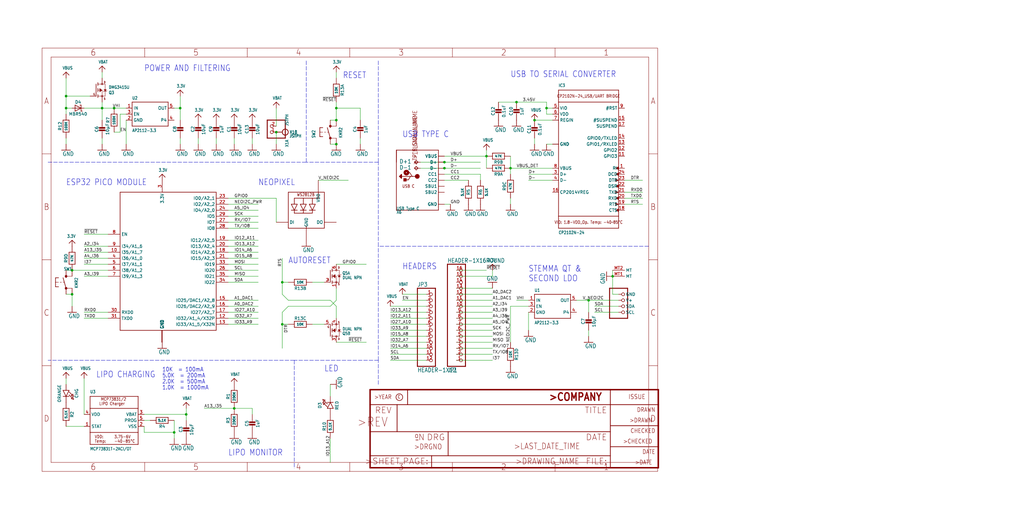
<source format=kicad_sch>
(kicad_sch (version 20211123) (generator eeschema)
  (paper "User" 433.07 220.853)
  (junction (at 259.08 116.84))
  (junction (at 218.44 43.18))
  (junction (at 231.14 45.72))
  (junction (at 205.74 66.04))
  (junction (at 27.94 40.64))
  (junction (at 187.96 68.58))
  (junction (at 43.18 45.72))
  (junction (at 78.74 175.26))
  (junction (at 76.2 45.72))
  (junction (at 116.84 55.88))
  (junction (at 142.24 60.96))
  (junction (at 226.06 50.8))
  (junction (at 142.24 50.8))
  (junction (at 119.38 137.16))
  (junction (at 48.26 45.72))
  (junction (at 215.9 71.12))
  (junction (at 142.24 45.72))
  (junction (at 73.66 182.88))
  (junction (at 99.06 172.72))
  (junction (at 30.48 114.3))
  (junction (at 248.92 127))
  (junction (at 187.96 71.12))
  (junction (at 27.94 45.72))
  (junction (at 30.48 124.46))
  (junction (at 119.38 119.38))
  (wire (pts (xy 261.62 127) (xy 248.92 127)))
  (wire (pts (xy 78.74 175.26) (xy 78.74 172.72)))
  (wire (pts (xy 223.52 129.54) (xy 215.9 129.54)))
  (wire (pts (xy 154.94 144.78) (xy 142.24 144.78)))
  (wire (pts (xy 203.2 73.66) (xy 203.2 76.2)))
  (wire (pts (xy 233.68 45.72) (xy 231.14 45.72)))
  (wire (pts (xy 193.04 124.46) (xy 208.28 124.46)))
  (wire (pts (xy 142.24 45.72) (xy 152.4 45.72)))
  (wire (pts (xy 233.68 60.96) (xy 231.14 60.96)))
  (wire (pts (xy 152.4 60.96) (xy 152.4 58.42)))
  (wire (pts (xy 193.04 147.32) (xy 208.28 147.32)))
  (wire (pts (xy 96.52 104.14) (xy 109.22 104.14)))
  (wire (pts (xy 208.28 149.86) (xy 193.04 149.86)))
  (wire (pts (xy 271.78 83.82) (xy 264.16 83.82)))
  (wire (pts (xy 248.92 132.08) (xy 248.92 127)))
  (wire (pts (xy 35.56 134.62) (xy 45.72 134.62)))
  (wire (pts (xy 218.44 43.18) (xy 210.82 43.18)))
  (wire (pts (xy 119.38 119.38) (xy 121.92 119.38)))
  (wire (pts (xy 119.38 137.16) (xy 121.92 137.16)))
  (wire (pts (xy 193.04 134.62) (xy 208.28 134.62)))
  (wire (pts (xy 187.96 76.2) (xy 198.12 76.2)))
  (wire (pts (xy 203.2 71.12) (xy 187.96 71.12)))
  (wire (pts (xy 193.04 114.3) (xy 205.74 114.3)))
  (wire (pts (xy 193.04 142.24) (xy 208.28 142.24)))
  (wire (pts (xy 248.92 139.7) (xy 248.92 142.24)))
  (wire (pts (xy 187.96 73.66) (xy 203.2 73.66)))
  (wire (pts (xy 35.56 104.14) (xy 45.72 104.14)))
  (wire (pts (xy 261.62 129.54) (xy 251.46 129.54)))
  (wire (pts (xy 30.48 45.72) (xy 27.94 45.72)))
  (wire (pts (xy 139.7 127) (xy 121.92 127)))
  (wire (pts (xy 43.18 45.72) (xy 43.18 50.8)))
  (wire (pts (xy 50.8 48.26) (xy 53.34 48.26)))
  (wire (pts (xy 96.52 109.22) (xy 109.22 109.22)))
  (wire (pts (xy 142.24 127) (xy 139.7 129.54)))
  (wire (pts (xy 259.08 124.46) (xy 259.08 116.84)))
  (polyline (pts (xy 274.32 104.14) (xy 160.02 104.14)))
  (wire (pts (xy 96.52 127) (xy 109.22 127)))
  (polyline (pts (xy 124.46 152.4) (xy 20.32 152.4)))
  (wire (pts (xy 233.68 71.12) (xy 215.9 71.12)))
  (wire (pts (xy 45.72 111.76) (xy 35.56 111.76)))
  (wire (pts (xy 208.28 132.08) (xy 193.04 132.08)))
  (polyline (pts (xy 160.02 152.4) (xy 160.02 104.14)))
  (wire (pts (xy 45.72 99.06) (xy 35.56 99.06)))
  (wire (pts (xy 96.52 86.36) (xy 109.22 86.36)))
  (wire (pts (xy 193.04 121.92) (xy 208.28 121.92)))
  (wire (pts (xy 96.52 129.54) (xy 109.22 129.54)))
  (wire (pts (xy 231.14 45.72) (xy 231.14 48.26)))
  (wire (pts (xy 215.9 71.12) (xy 215.9 73.66)))
  (wire (pts (xy 45.72 109.22) (xy 35.56 109.22)))
  (wire (pts (xy 223.52 73.66) (xy 233.68 73.66)))
  (wire (pts (xy 264.16 81.28) (xy 271.78 81.28)))
  (wire (pts (xy 96.52 119.38) (xy 109.22 119.38)))
  (polyline (pts (xy 160.02 104.14) (xy 160.02 68.58)))
  (wire (pts (xy 142.24 111.76) (xy 154.94 111.76)))
  (wire (pts (xy 119.38 124.46) (xy 119.38 119.38)))
  (polyline (pts (xy 124.46 152.4) (xy 124.46 198.12)))
  (wire (pts (xy 96.52 134.62) (xy 109.22 134.62)))
  (wire (pts (xy 27.94 40.64) (xy 27.94 33.02)))
  (wire (pts (xy 142.24 30.48) (xy 142.24 33.02)))
  (wire (pts (xy 142.24 134.62) (xy 142.24 129.54)))
  (wire (pts (xy 96.52 114.3) (xy 109.22 114.3)))
  (wire (pts (xy 233.68 48.26) (xy 231.14 48.26)))
  (wire (pts (xy 223.52 76.2) (xy 233.68 76.2)))
  (wire (pts (xy 96.52 93.98) (xy 109.22 93.98)))
  (wire (pts (xy 180.34 132.08) (xy 165.1 132.08)))
  (wire (pts (xy 35.56 175.26) (xy 35.56 160.02)))
  (wire (pts (xy 96.52 91.44) (xy 109.22 91.44)))
  (wire (pts (xy 180.34 137.16) (xy 165.1 137.16)))
  (wire (pts (xy 99.06 172.72) (xy 86.36 172.72)))
  (wire (pts (xy 60.96 180.34) (xy 60.96 182.88)))
  (wire (pts (xy 226.06 58.42) (xy 226.06 60.96)))
  (wire (pts (xy 193.04 127) (xy 208.28 127)))
  (wire (pts (xy 142.24 43.18) (xy 142.24 45.72)))
  (wire (pts (xy 91.44 60.96) (xy 91.44 58.42)))
  (wire (pts (xy 96.52 88.9) (xy 109.22 88.9)))
  (wire (pts (xy 96.52 116.84) (xy 109.22 116.84)))
  (wire (pts (xy 121.92 129.54) (xy 119.38 132.08)))
  (wire (pts (xy 187.96 68.58) (xy 177.8 68.58)))
  (wire (pts (xy 259.08 124.46) (xy 261.62 124.46)))
  (wire (pts (xy 187.96 71.12) (xy 177.8 71.12)))
  (wire (pts (xy 83.82 58.42) (xy 83.82 60.96)))
  (wire (pts (xy 43.18 58.42) (xy 43.18 60.96)))
  (polyline (pts (xy 160.02 162.56) (xy 160.02 152.4)))
  (polyline (pts (xy 20.32 68.58) (xy 129.54 68.58)))
  (wire (pts (xy 223.52 127) (xy 218.44 127)))
  (polyline (pts (xy 160.02 68.58) (xy 160.02 25.4)))
  (wire (pts (xy 43.18 43.18) (xy 43.18 45.72)))
  (wire (pts (xy 35.56 116.84) (xy 45.72 116.84)))
  (wire (pts (xy 45.72 114.3) (xy 30.48 114.3)))
  (wire (pts (xy 193.04 137.16) (xy 208.28 137.16)))
  (wire (pts (xy 190.5 86.36) (xy 187.96 86.36)))
  (wire (pts (xy 48.26 55.88) (xy 50.8 55.88)))
  (wire (pts (xy 73.66 45.72) (xy 76.2 45.72)))
  (polyline (pts (xy 160.02 68.58) (xy 129.54 68.58)))
  (wire (pts (xy 208.28 144.78) (xy 193.04 144.78)))
  (wire (pts (xy 215.9 66.04) (xy 215.9 71.12)))
  (wire (pts (xy 116.84 93.98) (xy 116.84 83.82)))
  (wire (pts (xy 116.84 45.72) (xy 116.84 53.34)))
  (wire (pts (xy 165.1 142.24) (xy 180.34 142.24)))
  (wire (pts (xy 139.7 167.64) (xy 139.7 162.56)))
  (wire (pts (xy 165.1 134.62) (xy 180.34 134.62)))
  (wire (pts (xy 35.56 45.72) (xy 43.18 45.72)))
  (wire (pts (xy 27.94 45.72) (xy 27.94 40.64)))
  (wire (pts (xy 73.66 177.8) (xy 73.66 182.88)))
  (wire (pts (xy 30.48 124.46) (xy 30.48 129.54)))
  (wire (pts (xy 205.74 66.04) (xy 205.74 71.12)))
  (polyline (pts (xy 129.54 68.58) (xy 129.54 25.4)))
  (wire (pts (xy 180.34 149.86) (xy 165.1 149.86)))
  (wire (pts (xy 132.08 119.38) (xy 137.16 119.38)))
  (wire (pts (xy 43.18 30.48) (xy 43.18 33.02)))
  (wire (pts (xy 193.04 139.7) (xy 208.28 139.7)))
  (polyline (pts (xy 160.02 152.4) (xy 124.46 152.4)))
  (wire (pts (xy 170.18 127) (xy 180.34 127)))
  (wire (pts (xy 106.68 60.96) (xy 106.68 58.42)))
  (wire (pts (xy 142.24 121.92) (xy 142.24 127)))
  (wire (pts (xy 142.24 129.54) (xy 139.7 127)))
  (wire (pts (xy 119.38 137.16) (xy 119.38 147.32)))
  (wire (pts (xy 76.2 58.42) (xy 76.2 60.96)))
  (wire (pts (xy 96.52 137.16) (xy 109.22 137.16)))
  (wire (pts (xy 205.74 66.04) (xy 187.96 66.04)))
  (wire (pts (xy 208.28 116.84) (xy 193.04 116.84)))
  (wire (pts (xy 119.38 132.08) (xy 119.38 137.16)))
  (wire (pts (xy 193.04 129.54) (xy 208.28 129.54)))
  (wire (pts (xy 137.16 137.16) (xy 132.08 137.16)))
  (wire (pts (xy 134.62 76.2) (xy 147.32 76.2)))
  (wire (pts (xy 99.06 172.72) (xy 106.68 172.72)))
  (wire (pts (xy 76.2 50.8) (xy 76.2 45.72)))
  (wire (pts (xy 35.56 106.68) (xy 45.72 106.68)))
  (wire (pts (xy 27.94 160.02) (xy 27.94 162.56)))
  (wire (pts (xy 180.34 129.54) (xy 165.1 129.54)))
  (wire (pts (xy 121.92 127) (xy 119.38 124.46)))
  (wire (pts (xy 233.68 50.8) (xy 226.06 50.8)))
  (wire (pts (xy 109.22 96.52) (xy 96.52 96.52)))
  (wire (pts (xy 152.4 50.8) (xy 152.4 45.72)))
  (wire (pts (xy 231.14 43.18) (xy 231.14 45.72)))
  (wire (pts (xy 142.24 45.72) (xy 142.24 50.8)))
  (wire (pts (xy 205.74 66.04) (xy 205.74 63.5)))
  (wire (pts (xy 27.94 180.34) (xy 35.56 180.34)))
  (wire (pts (xy 271.78 86.36) (xy 264.16 86.36)))
  (wire (pts (xy 251.46 132.08) (xy 261.62 132.08)))
  (wire (pts (xy 73.66 182.88) (xy 73.66 185.42)))
  (wire (pts (xy 215.9 129.54) (xy 215.9 144.78)))
  (wire (pts (xy 139.7 185.42) (xy 139.7 195.58)))
  (wire (pts (xy 223.52 132.08) (xy 223.52 139.7)))
  (wire (pts (xy 139.7 129.54) (xy 121.92 129.54)))
  (wire (pts (xy 180.34 147.32) (xy 165.1 147.32)))
  (wire (pts (xy 45.72 132.08) (xy 35.56 132.08)))
  (wire (pts (xy 96.52 101.6) (xy 109.22 101.6)))
  (wire (pts (xy 96.52 132.08) (xy 109.22 132.08)))
  (wire (pts (xy 53.34 50.8) (xy 53.34 60.96)))
  (wire (pts (xy 215.9 86.36) (xy 215.9 83.82)))
  (wire (pts (xy 38.1 40.64) (xy 27.94 40.64)))
  (wire (pts (xy 165.1 139.7) (xy 180.34 139.7)))
  (wire (pts (xy 27.94 124.46) (xy 30.48 124.46)))
  (wire (pts (xy 193.04 152.4) (xy 208.28 152.4)))
  (wire (pts (xy 30.48 114.3) (xy 27.94 114.3)))
  (wire (pts (xy 48.26 45.72) (xy 43.18 45.72)))
  (wire (pts (xy 99.06 60.96) (xy 99.06 58.42)))
  (wire (pts (xy 119.38 109.22) (xy 119.38 119.38)))
  (wire (pts (xy 106.68 172.72) (xy 106.68 175.26)))
  (wire (pts (xy 165.1 144.78) (xy 180.34 144.78)))
  (wire (pts (xy 259.08 116.84) (xy 259.08 114.3)))
  (wire (pts (xy 139.7 60.96) (xy 142.24 60.96)))
  (wire (pts (xy 27.94 60.96) (xy 27.94 58.42)))
  (wire (pts (xy 116.84 60.96) (xy 116.84 55.88)))
  (wire (pts (xy 78.74 177.8) (xy 78.74 175.26)))
  (wire (pts (xy 76.2 45.72) (xy 76.2 40.64)))
  (wire (pts (xy 60.96 175.26) (xy 78.74 175.26)))
  (wire (pts (xy 53.34 45.72) (xy 48.26 45.72)))
  (wire (pts (xy 208.28 114.3) (xy 208.28 116.84)))
  (wire (pts (xy 96.52 83.82) (xy 116.84 83.82)))
  (wire (pts (xy 60.96 177.8) (xy 63.5 177.8)))
  (wire (pts (xy 218.44 43.18) (xy 231.14 43.18)))
  (wire (pts (xy 109.22 111.76) (xy 96.52 111.76)))
  (wire (pts (xy 96.52 106.68) (xy 109.22 106.68)))
  (wire (pts (xy 142.24 50.8) (xy 139.7 50.8)))
  (wire (pts (xy 170.18 124.46) (xy 180.34 124.46)))
  (wire (pts (xy 203.2 68.58) (xy 187.96 68.58)))
  (wire (pts (xy 165.1 152.4) (xy 180.34 152.4)))
  (wire (pts (xy 243.84 127) (xy 248.92 127)))
  (wire (pts (xy 50.8 55.88) (xy 50.8 48.26)))
  (wire (pts (xy 264.16 76.2) (xy 271.78 76.2)))
  (wire (pts (xy 60.96 182.88) (xy 73.66 182.88)))
  (wire (pts (xy 27.94 48.26) (xy 27.94 45.72)))
  (text "USB TO SERIAL CONVERTER" (at 215.9 33.02 180) (effects (font (size 2.54 2.159)) (justify left bottom)))
  (text "AUTORESET" (at 121.92 111.76 180) (effects (font (size 2.54 2.159)) (justify left bottom)))
  (text "LIPO CHARGING" (at 40.64 160.02 180) (effects (font (size 2.54 2.159)) (justify left bottom)))
  (text "HEADERS" (at 170.18 114.3 180) (effects (font (size 2.54 2.159)) (justify left bottom)))
  (text "USB TYPE C" (at 170.18 58.42 180) (effects (font (size 2.54 2.159)) (justify left bottom)))
  (text "NEOPIXEL" (at 109.22 78.74 180) (effects (font (size 2.54 2.159)) (justify left bottom)))
  (text "1.0K  = 1000mA" (at 68.58 165.1 180) (effects (font (size 1.778 1.5113)) (justify left bottom)))
  (text "LIPO MONITOR" (at 96.52 193.04 180) (effects (font (size 2.54 2.159)) (justify left bottom)))
  (text "10K  = 100mA" (at 68.58 157.48 180) (effects (font (size 1.778 1.5113)) (justify left bottom)))
  (text "5.0K  = 200mA" (at 68.58 160.02 180) (effects (font (size 1.778 1.5113)) (justify left bottom)))
  (text "POWER AND FILTERING" (at 60.96 30.48 180) (effects (font (size 2.54 2.159)) (justify left bottom)))
  (text "RESET" (at 154.94 30.48 180) (effects (font (size 2.54 2.159)) (justify right top)))
  (text "ESP32 PICO MODULE" (at 27.94 78.74 180) (effects (font (size 2.54 2.159)) (justify left bottom)))
  (text "2.0K  = 500mA" (at 68.58 162.56 180) (effects (font (size 1.778 1.5113)) (justify left bottom)))
  (text "STEMMA QT &\nSECOND LDO" (at 223.52 119.38 180) (effects (font (size 2.54 2.159)) (justify left bottom)))
  (text "LED" (at 137.16 157.48 180) (effects (font (size 2.54 2.159)) (justify left bottom)))
  (label "I37" (at 208.28 152.4 0) (effects (font (size 1.2446 1.2446))))
  (label "3.45V" (at 220.98 43.18 0) (effects (font (size 1.2446 1.2446))))
  (label "VBUS_DET" (at 218.44 71.12 0) (effects (font (size 1.2446 1.2446))))
  (label "SCL" (at 99.06 114.3 0) (effects (font (size 1.2446 1.2446))))
  (label "IO33_A9" (at 165.1 139.7 0) (effects (font (size 1.2446 1.2446))))
  (label "A5_IO4" (at 99.06 88.9 0) (effects (font (size 1.2446 1.2446))))
  (label "A4_I36" (at 208.28 134.62 0) (effects (font (size 1.2446 1.2446))))
  (label "IO12_A11" (at 165.1 134.62 0) (effects (font (size 1.2446 1.2446))))
  (label "A3_I39" (at 35.56 116.84 0) (effects (font (size 1.2446 1.2446))))
  (label "MISO" (at 99.06 116.84 0) (effects (font (size 1.2446 1.2446))))
  (label "VHI" (at 50.8 45.72 180) (effects (font (size 1.2446 1.2446))))
  (label "V_NEOI2C" (at 246.38 127 0) (effects (font (size 1.2446 1.2446))))
  (label "IO13_A12" (at 165.1 132.08 0) (effects (font (size 1.2446 1.2446))))
  (label "D-" (at 223.52 76.2 0) (effects (font (size 1.2446 1.2446))))
  (label "~{RESET}" (at 142.24 43.18 180) (effects (font (size 1.2446 1.2446))))
  (label "RXD0" (at 35.56 132.08 0) (effects (font (size 1.2446 1.2446))))
  (label "EN" (at 170.18 127 0) (effects (font (size 1.2446 1.2446))))
  (label "IO15_A8" (at 99.06 109.22 0) (effects (font (size 1.2446 1.2446))))
  (label "A1_DAC1" (at 99.06 127 0) (effects (font (size 1.2446 1.2446))))
  (label "SCL" (at 251.46 132.08 0) (effects (font (size 1.2446 1.2446))))
  (label "A0_DAC2" (at 208.28 124.46 0) (effects (font (size 1.2446 1.2446))))
  (label "RX/IO7" (at 99.06 93.98 0) (effects (font (size 1.2446 1.2446))))
  (label "A4_I36" (at 35.56 109.22 0) (effects (font (size 1.2446 1.2446))))
  (label "A5_IO4" (at 208.28 137.16 0) (effects (font (size 1.2446 1.2446))))
  (label "TXD0" (at 266.7 83.82 0) (effects (font (size 1.2446 1.2446))))
  (label "A13_I35" (at 35.56 106.68 0) (effects (font (size 1.2446 1.2446))))
  (label "RXD0" (at 266.7 81.28 0) (effects (font (size 1.2446 1.2446))))
  (label "SCK" (at 208.28 139.7 0) (effects (font (size 1.2446 1.2446))))
  (label "D-" (at 190.5 71.12 0) (effects (font (size 1.2446 1.2446))))
  (label "RTS" (at 119.38 109.22 270) (effects (font (size 1.2446 1.2446))))
  (label "A2_I34" (at 35.56 104.14 0) (effects (font (size 1.2446 1.2446))))
  (label "DTR" (at 266.7 76.2 0) (effects (font (size 1.2446 1.2446))))
  (label "D+" (at 190.5 68.58 0) (effects (font (size 1.2446 1.2446))))
  (label "A0_DAC2" (at 99.06 129.54 0) (effects (font (size 1.2446 1.2446))))
  (label "CC2" (at 190.5 76.2 0) (effects (font (size 1.2446 1.2446))))
  (label "NEOI2C_PWR" (at 215.9 144.78 90) (effects (font (size 1.2446 1.2446))))
  (label "IO27_A10" (at 165.1 137.16 0) (effects (font (size 1.2446 1.2446))))
  (label "IO14_A6" (at 99.06 106.68 0) (effects (font (size 1.2446 1.2446))))
  (label "A2_I34" (at 208.28 129.54 0) (effects (font (size 1.2446 1.2446))))
  (label "GPIO0" (at 99.06 83.82 0) (effects (font (size 1.2446 1.2446))))
  (label "MOSI" (at 208.28 142.24 0) (effects (font (size 1.2446 1.2446))))
  (label "IO32_A7" (at 165.1 144.78 0) (effects (font (size 1.2446 1.2446))))
  (label "MOSI" (at 99.06 111.76 0) (effects (font (size 1.2446 1.2446))))
  (label "TX/IO8" (at 208.28 149.86 0) (effects (font (size 1.2446 1.2446))))
  (label "IO15_A8" (at 165.1 142.24 0) (effects (font (size 1.2446 1.2446))))
  (label "TX/IO8" (at 99.06 96.52 0) (effects (font (size 1.2446 1.2446))))
  (label "IO13_A12" (at 139.7 193.04 90) (effects (font (size 1.2446 1.2446))))
  (label "~{RESET}" (at 147.32 144.78 0) (effects (font (size 1.2446 1.2446))))
  (label "DTR" (at 121.92 137.16 270) (effects (font (size 1.2446 1.2446))))
  (label "IO33_A9" (at 99.06 137.16 0) (effects (font (size 1.2446 1.2446))))
  (label "VBUS" (at 190.5 66.04 0) (effects (font (size 1.2446 1.2446))))
  (label "SDA" (at 251.46 129.54 0) (effects (font (size 1.2446 1.2446))))
  (label "V_NEOI2C" (at 134.62 76.2 0) (effects (font (size 1.2446 1.2446))))
  (label "IO12_A11" (at 99.06 101.6 0) (effects (font (size 1.2446 1.2446))))
  (label "A3_I39" (at 208.28 132.08 0) (effects (font (size 1.2446 1.2446))))
  (label "A1_DAC1" (at 208.28 127 0) (effects (font (size 1.2446 1.2446))))
  (label "CC1" (at 190.5 73.66 0) (effects (font (size 1.2446 1.2446))))
  (label "SCL" (at 165.1 149.86 0) (effects (font (size 1.2446 1.2446))))
  (label "SDA" (at 99.06 119.38 0) (effects (font (size 1.2446 1.2446))))
  (label "IO14_A6" (at 165.1 147.32 0) (effects (font (size 1.2446 1.2446))))
  (label "RX/IO7" (at 208.28 147.32 0) (effects (font (size 1.2446 1.2446))))
  (label "SCK" (at 99.06 91.44 0) (effects (font (size 1.2446 1.2446))))
  (label "D+" (at 223.52 73.66 0) (effects (font (size 1.2446 1.2446))))
  (label "IO27_A10" (at 99.06 132.08 0) (effects (font (size 1.2446 1.2446))))
  (label "SDA" (at 165.1 152.4 0) (effects (font (size 1.2446 1.2446))))
  (label "A13_I35" (at 86.36 172.72 0) (effects (font (size 1.2446 1.2446))))
  (label "TXD0" (at 35.56 134.62 0) (effects (font (size 1.2446 1.2446))))
  (label "~{RESET}" (at 35.56 99.06 0) (effects (font (size 1.2446 1.2446))))
  (label "GND" (at 190.5 86.36 0) (effects (font (size 1.2446 1.2446))))
  (label "IO13_A12" (at 99.06 104.14 0) (effects (font (size 1.2446 1.2446))))
  (label "EN" (at 50.8 55.88 0) (effects (font (size 1.2446 1.2446))))
  (label "VHI" (at 218.44 127 0) (effects (font (size 1.2446 1.2446))))
  (label "NEOI2C_PWR" (at 99.06 86.36 0) (effects (font (size 1.2446 1.2446))))
  (label "GPIO0" (at 144.78 111.76 0) (effects (font (size 1.2446 1.2446))))
  (label "I37" (at 35.56 111.76 0) (effects (font (size 1.2446 1.2446))))
  (label "~{RESET}" (at 205.74 114.3 0) (effects (font (size 1.2446 1.2446))))
  (label "MISO" (at 208.28 144.78 0) (effects (font (size 1.2446 1.2446))))
  (label "RTS" (at 266.7 86.36 0) (effects (font (size 1.2446 1.2446))))
  (label "IO32_A7" (at 99.06 134.62 0) (effects (font (size 1.2446 1.2446))))
  (symbol (lib_id "Adafruit ESP32 Feather V2-eagle-import:VBUS") (at 226.06 48.26 0)
    (property "Reference" "#U$53" (effects hide))
    (property "Value" "VBUS" (at 224.536 47.244 0) (effects (font (size 1.27 1.0795)) (justify left bottom)))
  )
  (symbol (lib_id "Adafruit ESP32 Feather V2-eagle-import:CON_JST_PH_2PIN_MT_BATT") (at 116.84 55.88 270)
    (property "Reference" "X1" (at 122.428 55.88 90) (effects (font (size 1.27 1.0795)) (justify left)))
    (property "Value" "JSTPH" (at 122.428 57.531 90) (effects (font (size 1.27 1.0795)) (justify left)))
    (property "Footprint" "JSTPH2_BATT" (effects hide))
  )
  (symbol (lib_id "Adafruit ESP32 Feather V2-eagle-import:TPB1,27") (at 175.26 68.58 90)
    (property "Reference" "D+1" (at 173.99 67.31 90) (effects (font (size 1.778 1.5113)) (justify left bottom)))
    (property "Value" "TPB1,27" (effects hide))
    (property "Footprint" "B1,27" (effects hide))
  )
  (symbol (lib_id "Adafruit ESP32 Feather V2-eagle-import:VBUS") (at 35.56 157.48 0)
    (property "Reference" "#U$57" (effects hide))
    (property "Value" "VBUS" (at 34.036 156.464 0) (effects (font (size 1.27 1.0795)) (justify left bottom)))
  )
  (symbol (lib_id "Adafruit ESP32 Feather V2-eagle-import:RESISTOR_4PACK") (at 210.82 71.12 180)
    (property "Reference" "R9" (at 210.82 73.66 0))
    (property "Value" "47K" (at 210.82 71.12 0) (effects (font (size 1.016 1.016) bold)))
    (property "Footprint" "RESPACK_4X0603" (effects hide))
  )
  (symbol (lib_id "Adafruit ESP32 Feather V2-eagle-import:RESISTOR_0603_NOOUT") (at 27.94 175.26 270)
    (property "Reference" "R2" (at 30.48 175.26 0))
    (property "Value" "5.1K" (at 27.94 175.26 0) (effects (font (size 1.016 1.016) bold)))
    (property "Footprint" "0603-NO" (effects hide))
  )
  (symbol (lib_id "Adafruit ESP32 Feather V2-eagle-import:3.3V") (at 91.44 48.26 0)
    (property "Reference" "#U$28" (effects hide))
    (property "Value" "3.3V" (at 89.916 47.244 0) (effects (font (size 1.27 1.0795)) (justify left bottom)))
  )
  (symbol (lib_id "Adafruit ESP32 Feather V2-eagle-import:GND") (at 226.06 63.5 0)
    (property "Reference" "#U$58" (effects hide))
    (property "Value" "GND" (at 224.536 66.04 0) (effects (font (size 1.778 1.5113)) (justify left bottom)))
  )
  (symbol (lib_id "Adafruit ESP32 Feather V2-eagle-import:CON_JST_PH_2PIN_MT_BATT") (at 114.3 53.34 180)
    (property "Reference" "X1" (at 120.65 59.055 90) (effects (font (size 1.27 1.0795)) (justify left bottom)))
    (property "Value" "JSTPH" (at 120.65 48.26 90) (effects (font (size 1.27 1.0795)) (justify left bottom)))
    (property "Footprint" "JSTPH2_BATT" (effects hide))
  )
  (symbol (lib_id "Adafruit ESP32 Feather V2-eagle-import:STEMMA_I2C_QTRA") (at 259.08 114.3 0)
    (property "Reference" "CONN1" (effects hide))
    (property "Value" "STEMMA_I2C_QTRA" (effects hide))
    (property "Footprint" "JST_SH4_RA" (effects hide))
  )
  (symbol (lib_id "Adafruit ESP32 Feather V2-eagle-import:3.3V") (at 208.28 111.76 0) (mirror y)
    (property "Reference" "#U$6" (effects hide))
    (property "Value" "3.3V" (at 209.804 110.744 0) (effects (font (size 1.27 1.0795)) (justify left bottom)))
  )
  (symbol (lib_id "Adafruit ESP32 Feather V2-eagle-import:GND") (at 223.52 142.24 0)
    (property "Reference" "#U$12" (effects hide))
    (property "Value" "GND" (at 221.996 144.78 0) (effects (font (size 1.778 1.5113)) (justify left bottom)))
  )
  (symbol (lib_id "Adafruit ESP32 Feather V2-eagle-import:GND") (at 198.12 88.9 0)
    (property "Reference" "#U$48" (effects hide))
    (property "Value" "GND" (at 196.596 91.44 0) (effects (font (size 1.778 1.5113)) (justify left bottom)))
  )
  (symbol (lib_id "Adafruit ESP32 Feather V2-eagle-import:GND") (at 78.74 187.96 0)
    (property "Reference" "#U$33" (effects hide))
    (property "Value" "GND" (at 77.216 190.5 0) (effects (font (size 1.778 1.5113)) (justify left bottom)))
  )
  (symbol (lib_id "Adafruit ESP32 Feather V2-eagle-import:RESISTOR_0603_NOOUT") (at 68.58 177.8 180)
    (property "Reference" "R4" (at 68.58 180.34 0))
    (property "Value" "5.1K" (at 68.58 177.8 0) (effects (font (size 1.016 1.016) bold)))
    (property "Footprint" "0603-NO" (effects hide))
  )
  (symbol (lib_id "Adafruit ESP32 Feather V2-eagle-import:GND") (at 27.94 63.5 0)
    (property "Reference" "#U$25" (effects hide))
    (property "Value" "GND" (at 26.416 66.04 0) (effects (font (size 1.778 1.5113)) (justify left bottom)))
  )
  (symbol (lib_id "Adafruit ESP32 Feather V2-eagle-import:CAP_CERAMIC0805-NOOUTLINE") (at 106.68 55.88 0)
    (property "Reference" "C13" (at 104.39 54.63 90))
    (property "Value" "10uF" (at 108.98 54.63 90))
    (property "Footprint" "0805-NO" (effects hide))
  )
  (symbol (lib_id "Adafruit ESP32 Feather V2-eagle-import:3.3V") (at 30.48 101.6 0) (mirror y)
    (property "Reference" "#U$51" (effects hide))
    (property "Value" "3.3V" (at 32.004 100.584 0) (effects (font (size 1.27 1.0795)) (justify left bottom)))
  )
  (symbol (lib_id "Adafruit ESP32 Feather V2-eagle-import:GND") (at 106.68 185.42 0)
    (property "Reference" "#U$26" (effects hide))
    (property "Value" "GND" (at 105.156 187.96 0) (effects (font (size 1.778 1.5113)) (justify left bottom)))
  )
  (symbol (lib_id "Adafruit ESP32 Feather V2-eagle-import:CAP_CERAMIC0603_NO") (at 218.44 48.26 0)
    (property "Reference" "C10" (at 216.15 47.01 90))
    (property "Value" "1uF" (at 220.74 47.01 90))
    (property "Footprint" "0603-NO" (effects hide))
  )
  (symbol (lib_id "Adafruit ESP32 Feather V2-eagle-import:VREG_SOT23-5") (at 63.5 48.26 0)
    (property "Reference" "U2" (at 55.88 42.164 0) (effects (font (size 1.27 1.0795)) (justify left bottom)))
    (property "Value" "AP2112-3.3" (at 55.88 55.88 0) (effects (font (size 1.27 1.0795)) (justify left bottom)))
    (property "Footprint" "SOT23-5" (effects hide))
  )
  (symbol (lib_id "Adafruit ESP32 Feather V2-eagle-import:GND") (at 83.82 63.5 0)
    (property "Reference" "#U$17" (effects hide))
    (property "Value" "GND" (at 82.296 66.04 0) (effects (font (size 1.778 1.5113)) (justify left bottom)))
  )
  (symbol (lib_id "Adafruit ESP32 Feather V2-eagle-import:RESISTOR_0603_NOOUT") (at 99.06 167.64 90)
    (property "Reference" "R1" (at 96.52 167.64 0))
    (property "Value" "200K" (at 99.06 167.64 0) (effects (font (size 1.016 1.016) bold)))
    (property "Footprint" "0603-NO" (effects hide))
  )
  (symbol (lib_id "Adafruit ESP32 Feather V2-eagle-import:RESISTOR_4PACK") (at 127 119.38 180)
    (property "Reference" "R13" (at 127 121.92 0))
    (property "Value" "10K" (at 127 119.38 0) (effects (font (size 1.016 1.016) bold)))
    (property "Footprint" "RESPACK_4X0603" (effects hide))
  )
  (symbol (lib_id "Adafruit ESP32 Feather V2-eagle-import:CAP_CERAMIC0603_NO") (at 106.68 180.34 0)
    (property "Reference" "C5" (at 104.39 179.09 90))
    (property "Value" "1uF" (at 108.98 179.09 90))
    (property "Footprint" "0603-NO" (effects hide))
  )
  (symbol (lib_id "Adafruit ESP32 Feather V2-eagle-import:CP2102N-24") (at 248.92 66.04 0)
    (property "Reference" "IC3" (at 236.22 36.83 0) (effects (font (size 1.27 1.0795)) (justify left bottom)))
    (property "Value" "CP2102N-24" (at 236.22 99.06 0) (effects (font (size 1.27 1.0795)) (justify left bottom)))
    (property "Footprint" "QFN24_4MM_SMSC" (effects hide))
  )
  (symbol (lib_id "Adafruit ESP32 Feather V2-eagle-import:LED0603_NOOUTLINE") (at 139.7 170.18 90)
    (property "Reference" "D3" (at 135.255 171.45 0))
    (property "Value" "RED" (at 142.494 171.45 0))
    (property "Footprint" "CHIPLED_0603_NOOUTLINE" (effects hide))
  )
  (symbol (lib_id "Adafruit ESP32 Feather V2-eagle-import:RESISTOR_4PACK") (at 127 137.16 0)
    (property "Reference" "R13" (at 127 134.62 0))
    (property "Value" "10K" (at 127 137.16 0) (effects (font (size 1.016 1.016) bold)))
    (property "Footprint" "RESPACK_4X0603" (effects hide))
  )
  (symbol (lib_id "Adafruit ESP32 Feather V2-eagle-import:MOSFET-N_DUAL") (at 139.7 139.7 0) (mirror x)
    (property "Reference" "Q5" (at 144.78 140.335 0) (effects (font (size 1.27 1.0795)) (justify left bottom)))
    (property "Value" "DUAL NPN" (at 144.78 138.43 0) (effects (font (size 1.27 1.0795)) (justify left bottom)))
    (property "Footprint" "SOT363" (effects hide))
  )
  (symbol (lib_id "Adafruit ESP32 Feather V2-eagle-import:HEADER-1X12") (at 182.88 139.7 0)
    (property "Reference" "JP3" (at 176.53 121.285 0) (effects (font (size 1.778 1.5113)) (justify left bottom)))
    (property "Value" "HEADER-1X12" (at 176.53 157.48 0) (effects (font (size 1.778 1.5113)) (justify left bottom)))
    (property "Footprint" "1X12_ROUND" (effects hide))
  )
  (symbol (lib_id "Adafruit ESP32 Feather V2-eagle-import:RESISTOR_0603_NOOUT") (at 139.7 180.34 90)
    (property "Reference" "R10" (at 137.16 180.34 0))
    (property "Value" "5.1K" (at 139.7 180.34 0) (effects (font (size 1.016 1.016) bold)))
    (property "Footprint" "0603-NO" (effects hide))
  )
  (symbol (lib_id "Adafruit ESP32 Feather V2-eagle-import:GND") (at 53.34 63.5 0)
    (property "Reference" "#U$30" (effects hide))
    (property "Value" "GND" (at 51.816 66.04 0) (effects (font (size 1.778 1.5113)) (justify left bottom)))
  )
  (symbol (lib_id "Adafruit ESP32 Feather V2-eagle-import:GND") (at 43.18 63.5 0)
    (property "Reference" "#U$27" (effects hide))
    (property "Value" "GND" (at 41.656 66.04 0) (effects (font (size 1.778 1.5113)) (justify left bottom)))
  )
  (symbol (lib_id "Adafruit ESP32 Feather V2-eagle-import:3.3V") (at 83.82 48.26 0)
    (property "Reference" "#U$24" (effects hide))
    (property "Value" "3.3V" (at 82.296 47.244 0) (effects (font (size 1.27 1.0795)) (justify left bottom)))
  )
  (symbol (lib_id "Adafruit ESP32 Feather V2-eagle-import:RESISTOR_0603_NOOUT") (at 99.06 177.8 90)
    (property "Reference" "R3" (at 96.52 177.8 0))
    (property "Value" "200K" (at 99.06 177.8 0) (effects (font (size 1.016 1.016) bold)))
    (property "Footprint" "0603-NO" (effects hide))
  )
  (symbol (lib_id "Adafruit ESP32 Feather V2-eagle-import:MOSFET-N_DUAL") (at 139.7 116.84 0)
    (property "Reference" "Q5" (at 144.78 116.205 0) (effects (font (size 1.27 1.0795)) (justify left bottom)))
    (property "Value" "DUAL NPN" (at 144.78 118.11 0) (effects (font (size 1.27 1.0795)) (justify left bottom)))
    (property "Footprint" "SOT363" (effects hide))
  )
  (symbol (lib_id "Adafruit ESP32 Feather V2-eagle-import:3.3V") (at 106.68 48.26 0)
    (property "Reference" "#U$52" (effects hide))
    (property "Value" "3.3V" (at 105.156 47.244 0) (effects (font (size 1.27 1.0795)) (justify left bottom)))
  )
  (symbol (lib_id "Adafruit ESP32 Feather V2-eagle-import:CAP_CERAMIC0805-NOOUTLINE") (at 248.92 137.16 0)
    (property "Reference" "C7" (at 246.63 135.91 90))
    (property "Value" "10µF" (at 251.22 135.91 90))
    (property "Footprint" "0805-NO" (effects hide))
  )
  (symbol (lib_id "Adafruit ESP32 Feather V2-eagle-import:FRAME_A4") (at 278.13 199.39 0) (mirror y)
    (property "Reference" "#FRAME1" (effects hide))
    (property "Value" "FRAME_A4" (effects hide))
  )
  (symbol (lib_id "Adafruit ESP32 Feather V2-eagle-import:DIODE-SCHOTTKYSOD-123") (at 33.02 45.72 0)
    (property "Reference" "D4" (at 33.02 43.18 0))
    (property "Value" "MBR540" (at 33.02 48.22 0))
    (property "Footprint" "SOD-123" (effects hide))
  )
  (symbol (lib_id "Adafruit ESP32 Feather V2-eagle-import:GND") (at 190.5 88.9 0)
    (property "Reference" "#U$50" (effects hide))
    (property "Value" "GND" (at 188.976 91.44 0) (effects (font (size 1.778 1.5113)) (justify left bottom)))
  )
  (symbol (lib_id "Adafruit ESP32 Feather V2-eagle-import:VBUS") (at 27.94 30.48 0)
    (property "Reference" "#U$3" (effects hide))
    (property "Value" "VBUS" (at 26.416 29.464 0) (effects (font (size 1.27 1.0795)) (justify left bottom)))
  )
  (symbol (lib_id "Adafruit ESP32 Feather V2-eagle-import:GND") (at 208.28 119.38 0) (mirror x)
    (property "Reference" "#GND4" (effects hide))
    (property "Value" "GND" (at 205.74 116.84 0) (effects (font (size 1.778 1.5113)) (justify left bottom)))
  )
  (symbol (lib_id "Adafruit ESP32 Feather V2-eagle-import:RESISTOR_0603_NOOUT") (at 27.94 53.34 90)
    (property "Reference" "R12" (at 25.4 53.34 0))
    (property "Value" "100K" (at 27.94 53.34 0) (effects (font (size 1.016 1.016) bold)))
    (property "Footprint" "0603-NO" (effects hide))
  )
  (symbol (lib_id "Adafruit ESP32 Feather V2-eagle-import:VBUS") (at 205.74 60.96 0)
    (property "Reference" "#U$61" (effects hide))
    (property "Value" "VBUS" (at 204.216 59.944 0) (effects (font (size 1.27 1.0795)) (justify left bottom)))
  )
  (symbol (lib_id "Adafruit ESP32 Feather V2-eagle-import:VBAT") (at 78.74 170.18 0)
    (property "Reference" "#U$39" (effects hide))
    (property "Value" "VBAT" (at 77.216 169.164 0) (effects (font (size 1.27 1.0795)) (justify left bottom)))
  )
  (symbol (lib_id "Adafruit ESP32 Feather V2-eagle-import:RESISTOR_0603_NOOUT") (at 203.2 81.28 90)
    (property "Reference" "R6" (at 203.2 81.28 0))
    (property "Value" "5.1K" (at 205.74 81.28 0) (effects (font (size 1.016 1.016) bold)))
    (property "Footprint" "0603-NO" (effects hide))
  )
  (symbol (lib_id "Adafruit ESP32 Feather V2-eagle-import:MOSFET-P") (at 43.18 38.1 0) (mirror x)
    (property "Reference" "Q3" (at 45.974 38.481 0) (effects (font (size 1.27 1.0795)) (justify left bottom)))
    (property "Value" "DMG3415U" (at 45.974 36.195 0) (effects (font (size 1.27 1.0795)) (justify left bottom)))
    (property "Footprint" "SOT23-R" (effects hide))
  )
  (symbol (lib_id "Adafruit ESP32 Feather V2-eagle-import:VBAT") (at 116.84 43.18 0)
    (property "Reference" "#U$16" (effects hide))
    (property "Value" "VBAT" (at 115.316 42.164 0) (effects (font (size 1.27 1.0795)) (justify left bottom)))
  )
  (symbol (lib_id "Adafruit ESP32 Feather V2-eagle-import:GND") (at 142.24 63.5 0)
    (property "Reference" "#GND6" (effects hide))
    (property "Value" "GND" (at 139.7 66.04 0) (effects (font (size 1.778 1.5113)) (justify left bottom)))
  )
  (symbol (lib_id "Adafruit ESP32 Feather V2-eagle-import:MCP73831{slash}2") (at 48.26 177.8 0)
    (property "Reference" "U3" (at 38.1 166.37 0) (effects (font (size 1.27 1.0795)) (justify left bottom)))
    (property "Value" "MCP73831T-2ACI/OT" (at 38.1 190.5 0) (effects (font (size 1.27 1.0795)) (justify left bottom)))
    (property "Footprint" "SOT23-5" (effects hide))
  )
  (symbol (lib_id "Adafruit ESP32 Feather V2-eagle-import:CAP_CERAMIC0603_NO") (at 210.82 48.26 0)
    (property "Reference" "C12" (at 208.53 47.01 90))
    (property "Value" "0.1uF" (at 213.12 47.01 90))
    (property "Footprint" "0603-NO" (effects hide))
  )
  (symbol (lib_id "Adafruit ESP32 Feather V2-eagle-import:GND") (at 210.82 53.34 0)
    (property "Reference" "#U$59" (effects hide))
    (property "Value" "GND" (at 209.296 55.88 0) (effects (font (size 1.778 1.5113)) (justify left bottom)))
  )
  (symbol (lib_id "Adafruit ESP32 Feather V2-eagle-import:RESISTOR_4PACK") (at 142.24 38.1 270)
    (property "Reference" "R13" (at 144.78 38.1 0))
    (property "Value" "10K" (at 142.24 38.1 0) (effects (font (size 1.016 1.016) bold)))
    (property "Footprint" "RESPACK_4X0603" (effects hide))
  )
  (symbol (lib_id "Adafruit ESP32 Feather V2-eagle-import:RESISTOR_4PACK") (at 215.9 78.74 90)
    (property "Reference" "R9" (at 213.36 78.74 0))
    (property "Value" "47K" (at 215.9 78.74 0) (effects (font (size 1.016 1.016) bold)))
    (property "Footprint" "RESPACK_4X0603" (effects hide))
  )
  (symbol (lib_id "Adafruit ESP32 Feather V2-eagle-import:GND") (at 99.06 63.5 0)
    (property "Reference" "#U$4" (effects hide))
    (property "Value" "GND" (at 97.536 66.04 0) (effects (font (size 1.778 1.5113)) (justify left bottom)))
  )
  (symbol (lib_id "Adafruit ESP32 Feather V2-eagle-import:GND") (at 99.06 185.42 0)
    (property "Reference" "#U$41" (effects hide))
    (property "Value" "GND" (at 97.536 187.96 0) (effects (font (size 1.778 1.5113)) (justify left bottom)))
  )
  (symbol (lib_id "Adafruit ESP32 Feather V2-eagle-import:VBUS") (at 165.1 127 0)
    (property "Reference" "#U$19" (effects hide))
    (property "Value" "VBUS" (at 163.576 125.984 0) (effects (font (size 1.27 1.0795)) (justify left bottom)))
  )
  (symbol (lib_id "Adafruit ESP32 Feather V2-eagle-import:VBAT") (at 43.18 27.94 0)
    (property "Reference" "#U$21" (effects hide))
    (property "Value" "VBAT" (at 41.656 26.924 0) (effects (font (size 1.27 1.0795)) (justify left bottom)))
  )
  (symbol (lib_id "Adafruit ESP32 Feather V2-eagle-import:CAP_CERAMIC0603_NO") (at 91.44 55.88 0)
    (property "Reference" "C9" (at 89.15 54.63 90))
    (property "Value" "1uF" (at 93.74 54.63 90))
    (property "Footprint" "0603-NO" (effects hide))
  )
  (symbol (lib_id "Adafruit ESP32 Feather V2-eagle-import:3.3V") (at 68.58 73.66 0)
    (property "Reference" "#U$44" (effects hide))
    (property "Value" "3.3V" (at 67.056 72.644 0) (effects (font (size 1.27 1.0795)) (justify left bottom)))
  )
  (symbol (lib_id "Adafruit ESP32 Feather V2-eagle-import:GND") (at 248.92 144.78 0)
    (property "Reference" "#U$1" (effects hide))
    (property "Value" "GND" (at 247.396 147.32 0) (effects (font (size 1.778 1.5113)) (justify left bottom)))
  )
  (symbol (lib_id "Adafruit ESP32 Feather V2-eagle-import:STEMMA_I2C_QTRA") (at 259.08 116.84 0)
    (property "Reference" "CONN1" (effects hide))
    (property "Value" "STEMMA_I2C_QTRA" (effects hide))
    (property "Footprint" "JST_SH4_RA" (effects hide))
  )
  (symbol (lib_id "Adafruit ESP32 Feather V2-eagle-import:GND") (at 30.48 132.08 0)
    (property "Reference" "#U$23" (effects hide))
    (property "Value" "GND" (at 28.956 134.62 0) (effects (font (size 1.778 1.5113)) (justify left bottom)))
  )
  (symbol (lib_id "Adafruit ESP32 Feather V2-eagle-import:WS2812B3535") (at 129.54 91.44 0)
    (property "Reference" "LED1" (effects hide))
    (property "Value" "WS2812B3535" (effects hide))
    (property "Footprint" "LED3535" (effects hide))
  )
  (symbol (lib_id "Adafruit ESP32 Feather V2-eagle-import:RESISTOR_4PACK") (at 210.82 66.04 180)
    (property "Reference" "R9" (at 210.82 68.58 0))
    (property "Value" "47K" (at 210.82 66.04 0) (effects (font (size 1.016 1.016) bold)))
    (property "Footprint" "RESPACK_4X0603" (effects hide))
  )
  (symbol (lib_id "Adafruit ESP32 Feather V2-eagle-import:GND") (at 215.9 88.9 0)
    (property "Reference" "#U$60" (effects hide))
    (property "Value" "GND" (at 214.376 91.44 0) (effects (font (size 1.778 1.5113)) (justify left bottom)))
  )
  (symbol (lib_id "Adafruit ESP32 Feather V2-eagle-import:GND") (at 256.54 116.84 270)
    (property "Reference" "#U$46" (effects hide))
    (property "Value" "GND" (at 254 115.316 0) (effects (font (size 1.778 1.5113)) (justify left bottom)))
  )
  (symbol (lib_id "Adafruit ESP32 Feather V2-eagle-import:3.3V") (at 142.24 27.94 0)
    (property "Reference" "#U$5" (effects hide))
    (property "Value" "3.3V" (at 140.716 26.924 0) (effects (font (size 1.27 1.0795)) (justify left bottom)))
  )
  (symbol (lib_id "Adafruit ESP32 Feather V2-eagle-import:STEMMA_I2C_QTRA") (at 261.62 129.54 0)
    (property "Reference" "CONN1" (effects hide))
    (property "Value" "STEMMA_I2C_QTRA" (effects hide))
    (property "Footprint" "JST_SH4_RA" (effects hide))
  )
  (symbol (lib_id "Adafruit ESP32 Feather V2-eagle-import:GND") (at 218.44 53.34 0)
    (property "Reference" "#U$54" (effects hide))
    (property "Value" "GND" (at 216.916 55.88 0) (effects (font (size 1.778 1.5113)) (justify left bottom)))
  )
  (symbol (lib_id "Adafruit ESP32 Feather V2-eagle-import:RESISTOR_0603_NOOUT") (at 198.12 81.28 90)
    (property "Reference" "R5" (at 198.12 81.28 0))
    (property "Value" "5.1K" (at 195.58 81.28 0) (effects (font (size 1.016 1.016) bold)))
    (property "Footprint" "0603-NO" (effects hide))
  )
  (symbol (lib_id "Adafruit ESP32 Feather V2-eagle-import:HEADER-1X16ROUND") (at 195.58 134.62 0) (mirror x)
    (property "Reference" "JP1" (at 189.23 155.575 0) (effects (font (size 1.778 1.5113)) (justify left bottom)))
    (property "Value" "HEADER-1X16ROUND" (at 189.23 109.22 0) (effects (font (size 1.778 1.5113)) (justify left bottom)))
    (property "Footprint" "1X16_ROUND" (effects hide))
  )
  (symbol (lib_id "Adafruit ESP32 Feather V2-eagle-import:ESP32-PICO-MINI-02MINI") (at 68.58 116.84 0)
    (property "Reference" "X3" (effects hide))
    (property "Value" "ESP32-PICO-MINI-02MINI" (effects hide))
    (property "Footprint" "ESP32-PICO-MINI" (effects hide))
  )
  (symbol (lib_id "Adafruit ESP32 Feather V2-eagle-import:RESISTOR_4PACK") (at 215.9 149.86 270)
    (property "Reference" "R13" (at 218.44 149.86 0))
    (property "Value" "10K" (at 215.9 149.86 0) (effects (font (size 1.016 1.016) bold)))
    (property "Footprint" "RESPACK_4X0603" (effects hide))
  )
  (symbol (lib_id "Adafruit ESP32 Feather V2-eagle-import:LED0603_NOOUTLINE") (at 27.94 167.64 270)
    (property "Reference" "CHG" (at 32.385 166.37 0))
    (property "Value" "ORANGE" (at 25.146 166.37 0))
    (property "Footprint" "CHIPLED_0603_NOOUTLINE" (effects hide))
  )
  (symbol (lib_id "Adafruit ESP32 Feather V2-eagle-import:VBUS") (at 27.94 157.48 0)
    (property "Reference" "#U$38" (effects hide))
    (property "Value" "VBUS" (at 26.416 156.464 0) (effects (font (size 1.27 1.0795)) (justify left bottom)))
  )
  (symbol (lib_id "Adafruit ESP32 Feather V2-eagle-import:USB_C") (at 177.8 76.2 0)
    (property "Reference" "X6" (at 167.64 90.424 0) (effects (font (size 1.27 1.0795)) (justify left bottom)))
    (property "Value" "USB Type C" (at 167.64 88.9 0) (effects (font (size 1.27 1.0795)) (justify left bottom)))
    (property "Footprint" "USB_C_CUSB31-CFM2AX-01-X" (effects hide))
  )
  (symbol (lib_id "Adafruit ESP32 Feather V2-eagle-import:CAP_CERAMIC0805-NOOUTLINE") (at 83.82 55.88 0)
    (property "Reference" "C2" (at 81.53 54.63 90))
    (property "Value" "10uF" (at 86.12 54.63 90))
    (property "Footprint" "0805-NO" (effects hide))
  )
  (symbol (lib_id "Adafruit ESP32 Feather V2-eagle-import:VBAT") (at 170.18 121.92 0)
    (property "Reference" "#U$20" (effects hide))
    (property "Value" "VBAT" (at 168.656 120.904 0) (effects (font (size 1.27 1.0795)) (justify left bottom)))
  )
  (symbol (lib_id "Adafruit ESP32 Feather V2-eagle-import:CAP_CERAMIC0805-NOOUTLINE") (at 99.06 55.88 0)
    (property "Reference" "C1" (at 96.77 54.63 90))
    (property "Value" "10uF" (at 101.36 54.63 90))
    (property "Footprint" "0805-NO" (effects hide))
  )
  (symbol (lib_id "Adafruit ESP32 Feather V2-eagle-import:GND") (at 116.84 63.5 0)
    (property "Reference" "#U$22" (effects hide))
    (property "Value" "GND" (at 115.316 66.04 0) (effects (font (size 1.778 1.5113)) (justify left bottom)))
  )
  (symbol (lib_id "Adafruit ESP32 Feather V2-eagle-import:GND") (at 129.54 104.14 0)
    (property "Reference" "#U$37" (effects hide))
    (property "Value" "GND" (at 128.016 106.68 0) (effects (font (size 1.778 1.5113)) (justify left bottom)))
  )
  (symbol (lib_id "Adafruit ESP32 Feather V2-eagle-import:GND") (at 215.9 157.48 0)
    (property "Reference" "#U$18" (effects hide))
    (property "Value" "GND" (at 214.376 160.02 0) (effects (font (size 1.778 1.5113)) (justify left bottom)))
  )
  (symbol (lib_id "Adafruit ESP32 Feather V2-eagle-import:CAP_CERAMIC0805-NOOUTLINE") (at 76.2 55.88 0)
    (property "Reference" "C8" (at 73.91 54.63 90))
    (property "Value" "10µF" (at 78.5 54.63 90))
    (property "Footprint" "0805-NO" (effects hide))
    (property "Value" "10µF" (effects hide))
  )
  (symbol (lib_id "Adafruit ESP32 Feather V2-eagle-import:CON_JST_PH_2PIN_MT_BATT") (at 116.84 55.88 270)
    (property "Reference" "X1" (at 122.428 55.88 90) (effects (font (size 1.27 1.0795)) (justify left)))
    (property "Value" "JSTPH" (at 122.428 57.531 90) (effects (font (size 1.27 1.0795)) (justify left)))
    (property "Footprint" "JSTPH2_BATT" (effects hide))
  )
  (symbol (lib_id "Adafruit ESP32 Feather V2-eagle-import:GND") (at 106.68 63.5 0)
    (property "Reference" "#U$56" (effects hide))
    (property "Value" "GND" (at 105.156 66.04 0) (effects (font (size 1.778 1.5113)) (justify left bottom)))
  )
  (symbol (lib_id "Adafruit ESP32 Feather V2-eagle-import:GND") (at 203.2 88.9 0)
    (property "Reference" "#U$49" (effects hide))
    (property "Value" "GND" (at 201.676 91.44 0) (effects (font (size 1.778 1.5113)) (justify left bottom)))
  )
  (symbol (lib_id "Adafruit ESP32 Feather V2-eagle-import:GND") (at 68.58 147.32 0)
    (property "Reference" "#U$45" (effects hide))
    (property "Value" "GND" (at 67.056 149.86 0) (effects (font (size 1.778 1.5113)) (justify left bottom)))
  )
  (symbol (lib_id "Adafruit ESP32 Feather V2-eagle-import:SWITCH_TACT_SMT4.6X2.8") (at 139.7 55.88 90)
    (property "Reference" "SW2" (at 133.35 58.42 0) (effects (font (size 1.27 1.0795)) (justify left bottom)))
    (property "Value" "KMR2" (at 144.78 58.42 0) (effects (font (size 1.27 1.0795)) (justify left bottom)))
    (property "Footprint" "BTN_KMR2_4.6X2.8" (effects hide))
  )
  (symbol (lib_id "Adafruit ESP32 Feather V2-eagle-import:CAP_CERAMIC0603_NO") (at 226.06 55.88 0)
    (property "Reference" "C11" (at 223.77 54.63 90))
    (property "Value" "0.1uF" (at 228.36 54.63 90))
    (property "Footprint" "0603-NO" (effects hide))
  )
  (symbol (lib_id "Adafruit ESP32 Feather V2-eagle-import:GND") (at 76.2 63.5 0)
    (property "Reference" "#U$29" (effects hide))
    (property "Value" "GND" (at 74.676 66.04 0) (effects (font (size 1.778 1.5113)) (justify left bottom)))
  )
  (symbol (lib_id "Adafruit ESP32 Feather V2-eagle-import:GND") (at 231.14 63.5 0)
    (property "Reference" "#U$11" (effects hide))
    (property "Value" "GND" (at 229.616 66.04 0) (effects (font (size 1.778 1.5113)) (justify left bottom)))
  )
  (symbol (lib_id "Adafruit ESP32 Feather V2-eagle-import:VREG_SOT23-5") (at 233.68 129.54 0)
    (property "Reference" "U1" (at 226.06 123.444 0) (effects (font (size 1.27 1.0795)) (justify left bottom)))
    (property "Value" "AP2112-3.3" (at 226.06 137.16 0) (effects (font (size 1.27 1.0795)) (justify left bottom)))
    (property "Footprint" "SOT23-5" (effects hide))
  )
  (symbol (lib_id "Adafruit ESP32 Feather V2-eagle-import:CAP_CERAMIC0603_NO") (at 152.4 55.88 0)
    (property "Reference" "C4" (at 150.11 54.63 90))
    (property "Value" "1uF" (at 154.7 54.63 90))
    (property "Footprint" "0603-NO" (effects hide))
  )
  (symbol (lib_id "Adafruit ESP32 Feather V2-eagle-import:GND") (at 152.4 63.5 0)
    (property "Reference" "#U$42" (effects hide))
    (property "Value" "GND" (at 150.876 66.04 0) (effects (font (size 1.778 1.5113)) (justify left bottom)))
  )
  (symbol (lib_id "Adafruit ESP32 Feather V2-eagle-import:RESISTOR_4PACK") (at 30.48 109.22 90)
    (property "Reference" "R9" (at 27.94 109.22 0))
    (property "Value" "47K" (at 30.48 109.22 0) (effects (font (size 1.016 1.016) bold)))
    (property "Footprint" "RESPACK_4X0603" (effects hide))
  )
  (symbol (lib_id "Adafruit ESP32 Feather V2-eagle-import:CAP_CERAMIC0805-NOOUTLINE") (at 43.18 55.88 0)
    (property "Reference" "C6" (at 40.89 54.63 90))
    (property "Value" "10µF" (at 45.48 54.63 90))
    (property "Footprint" "0805-NO" (effects hide))
  )
  (symbol (lib_id "Adafruit ESP32 Feather V2-eagle-import:3.3V") (at 76.2 38.1 0)
    (property "Reference" "#U$10" (effects hide))
    (property "Value" "3.3V" (at 74.676 37.084 0) (effects (font (size 1.27 1.0795)) (justify left bottom)))
  )
  (symbol (lib_id "Adafruit ESP32 Feather V2-eagle-import:GND") (at 142.24 162.56 90)
    (property "Reference" "#U$8" (effects hide))
    (property "Value" "GND" (at 144.78 164.084 0) (effects (font (size 1.778 1.5113)) (justify left bottom)))
  )
  (symbol (lib_id "Adafruit ESP32 Feather V2-eagle-import:CAP_CERAMIC0805-NOOUTLINE") (at 78.74 182.88 0)
    (property "Reference" "C3" (at 76.45 181.63 90))
    (property "Value" "10µF" (at 81.04 181.63 90))
    (property "Footprint" "0805-NO" (effects hide))
  )
  (symbol (lib_id "Adafruit ESP32 Feather V2-eagle-import:GND") (at 73.66 187.96 0)
    (property "Reference" "#U$36" (effects hide))
    (property "Value" "GND" (at 72.136 190.5 0) (effects (font (size 1.778 1.5113)) (justify left bottom)))
  )
  (symbol (lib_id "Adafruit ESP32 Feather V2-eagle-import:SWITCH_TACT_SMT4.6X2.8") (at 27.94 119.38 90)
    (property "Reference" "SW1" (at 30.48 113.03 90) (effects (font (size 1.27 1.0795)) (justify left bottom)))
    (property "Value" "KMR2" (at 33.02 121.92 0) (effects (font (size 1.27 1.0795)) (justify left bottom)))
    (property "Footprint" "BTN_KMR2_4.6X2.8" (effects hide))
  )
  (symbol (lib_id "Adafruit ESP32 Feather V2-eagle-import:RESISTOR_0603_NOOUT") (at 48.26 50.8 90)
    (property "Reference" "R7" (at 45.72 50.8 0))
    (property "Value" "100K" (at 48.26 50.8 0) (effects (font (size 1.016 1.016) bold)))
    (property "Footprint" "0603-NO" (effects hide))
  )
  (symbol (lib_id "Adafruit ESP32 Feather V2-eagle-import:3.3V") (at 99.06 48.26 0)
    (property "Reference" "#U$2" (effects hide))
    (property "Value" "3.3V" (at 97.536 47.244 0) (effects (font (size 1.27 1.0795)) (justify left bottom)))
  )
  (symbol (lib_id "Adafruit ESP32 Feather V2-eagle-import:VBAT") (at 99.06 160.02 0)
    (property "Reference" "#U$40" (effects hide))
    (property "Value" "VBAT" (at 97.536 159.004 0) (effects (font (size 1.27 1.0795)) (justify left bottom)))
  )
  (symbol (lib_id "Adafruit ESP32 Feather V2-eagle-import:GND") (at 91.44 63.5 0)
    (property "Reference" "#U$47" (effects hide))
    (property "Value" "GND" (at 89.916 66.04 0) (effects (font (size 1.778 1.5113)) (justify left bottom)))
  )
  (symbol (lib_id "Adafruit ESP32 Feather V2-eagle-import:TPB1,27") (at 175.26 71.12 90)
    (property "Reference" "D-1" (at 173.99 69.85 90) (effects (font (size 1.778 1.5113)) (justify left bottom)))
    (property "Value" "TPB1,27" (effects hide))
    (property "Footprint" "B1,27" (effects hide))
  )
)
</source>
